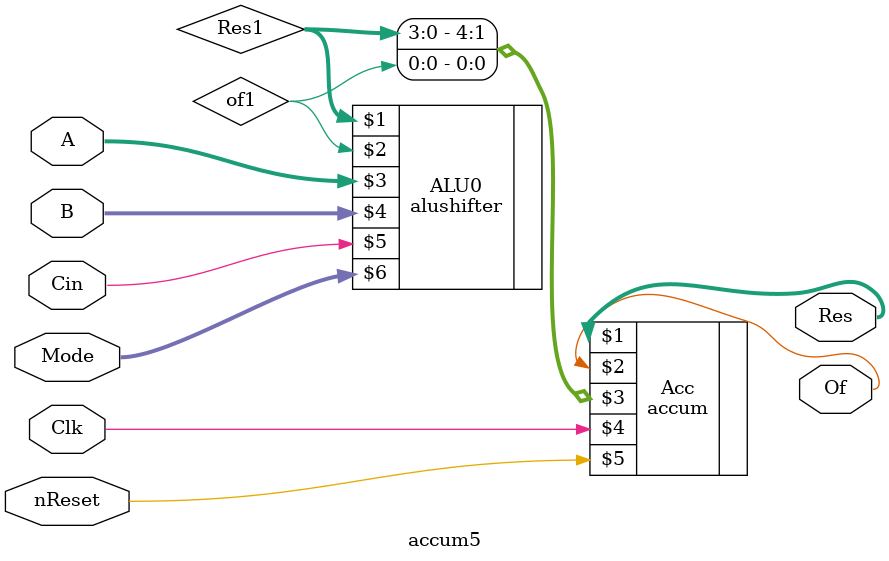
<source format=v>
/*
 * Exercise: 4
 * Description: Accumulator
 * Comments:
 * Script:
iverilog -o accum5 accum5.v accum5-tb.v accumulator.v shifter.v alushifter.v alu.v comparator.v fulladder.v fouradder.v subtractor.v
vvp accum5
gtkwave accum5.vpd
 */
module accum5 (Res,Of,A,B,Cin,Mode, Clk, nReset);
	input [3:0] A, B;
	input Cin, Clk, nReset;
	input [3:0] Mode;
	
	output [3:0] Res;
	output Of;
	
	wire [3:0] Res1, Res2;
	wire [3:0] temp_1, temp_2;
	wire overflow, of1, of2;
	
	//alu4 AL0 (temp_1,overflow,A,B,Cin,Mode[2:0]);
	//shifter SH0 (temp_2,A,Mode[2:0]);
	//assign Res1 = (Mode[3] == 1) ? temp_2 : temp_1;
	//assign of1 = (Mode[3] == 1) ? 1'bZ : overflow ;
	alushifter ALU0 (Res1,of1,A,B,Cin,Mode);
	accum Acc(Res, Of, {Res1,of1}, Clk, nReset);
	//assign Res = Res2;
	//assign Of = of2;
endmodule
</source>
